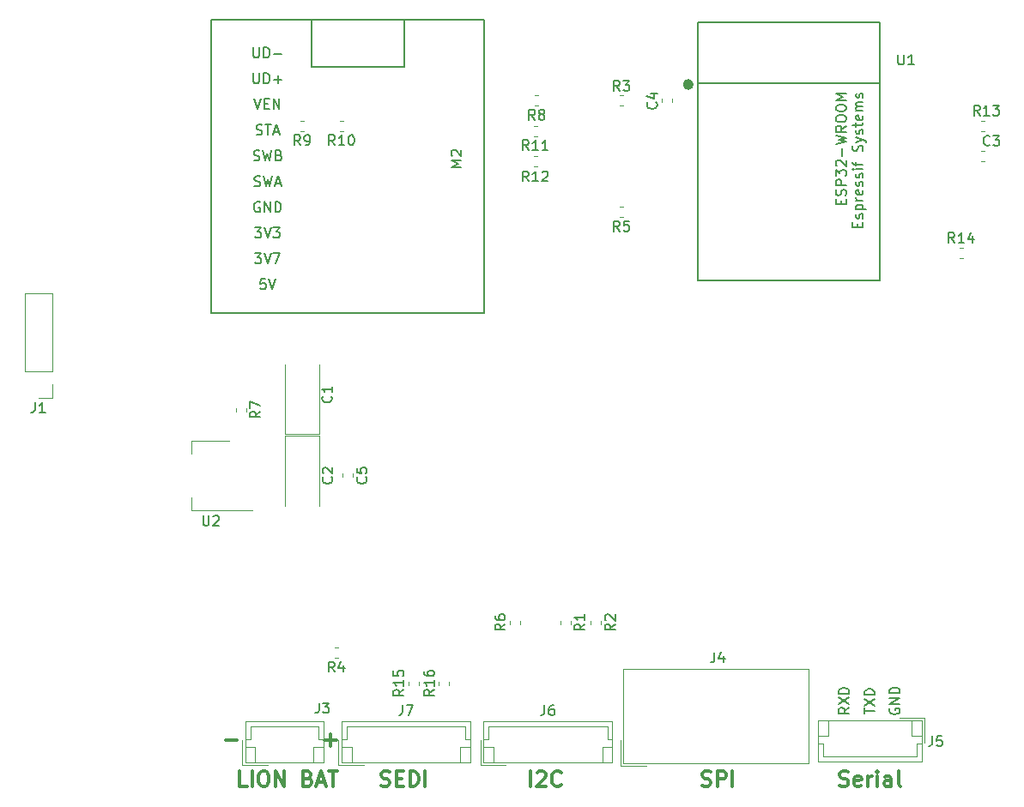
<source format=gbr>
G04 #@! TF.GenerationSoftware,KiCad,Pcbnew,5.1.7-a382d34a8~87~ubuntu18.04.1*
G04 #@! TF.CreationDate,2020-12-04T06:12:41+00:00*
G04 #@! TF.ProjectId,display,64697370-6c61-4792-9e6b-696361645f70,1.0*
G04 #@! TF.SameCoordinates,Original*
G04 #@! TF.FileFunction,Legend,Top*
G04 #@! TF.FilePolarity,Positive*
%FSLAX46Y46*%
G04 Gerber Fmt 4.6, Leading zero omitted, Abs format (unit mm)*
G04 Created by KiCad (PCBNEW 5.1.7-a382d34a8~87~ubuntu18.04.1) date 2020-12-04 06:12:41*
%MOMM*%
%LPD*%
G01*
G04 APERTURE LIST*
%ADD10C,0.300000*%
%ADD11C,0.150000*%
%ADD12C,0.120000*%
%ADD13C,0.500000*%
G04 APERTURE END LIST*
D10*
X130228571Y-135107142D02*
X131371428Y-135107142D01*
X130800000Y-135678571D02*
X130800000Y-134535714D01*
X120428571Y-135107142D02*
X121571428Y-135107142D01*
X122571428Y-139678571D02*
X121857142Y-139678571D01*
X121857142Y-138178571D01*
X123071428Y-139678571D02*
X123071428Y-138178571D01*
X124071428Y-138178571D02*
X124357142Y-138178571D01*
X124500000Y-138250000D01*
X124642857Y-138392857D01*
X124714285Y-138678571D01*
X124714285Y-139178571D01*
X124642857Y-139464285D01*
X124500000Y-139607142D01*
X124357142Y-139678571D01*
X124071428Y-139678571D01*
X123928571Y-139607142D01*
X123785714Y-139464285D01*
X123714285Y-139178571D01*
X123714285Y-138678571D01*
X123785714Y-138392857D01*
X123928571Y-138250000D01*
X124071428Y-138178571D01*
X125357142Y-139678571D02*
X125357142Y-138178571D01*
X126214285Y-139678571D01*
X126214285Y-138178571D01*
X128571428Y-138892857D02*
X128785714Y-138964285D01*
X128857142Y-139035714D01*
X128928571Y-139178571D01*
X128928571Y-139392857D01*
X128857142Y-139535714D01*
X128785714Y-139607142D01*
X128642857Y-139678571D01*
X128071428Y-139678571D01*
X128071428Y-138178571D01*
X128571428Y-138178571D01*
X128714285Y-138250000D01*
X128785714Y-138321428D01*
X128857142Y-138464285D01*
X128857142Y-138607142D01*
X128785714Y-138750000D01*
X128714285Y-138821428D01*
X128571428Y-138892857D01*
X128071428Y-138892857D01*
X129500000Y-139250000D02*
X130214285Y-139250000D01*
X129357142Y-139678571D02*
X129857142Y-138178571D01*
X130357142Y-139678571D01*
X130642857Y-138178571D02*
X131500000Y-138178571D01*
X131071428Y-139678571D02*
X131071428Y-138178571D01*
X135785714Y-139607142D02*
X136000000Y-139678571D01*
X136357142Y-139678571D01*
X136500000Y-139607142D01*
X136571428Y-139535714D01*
X136642857Y-139392857D01*
X136642857Y-139250000D01*
X136571428Y-139107142D01*
X136500000Y-139035714D01*
X136357142Y-138964285D01*
X136071428Y-138892857D01*
X135928571Y-138821428D01*
X135857142Y-138750000D01*
X135785714Y-138607142D01*
X135785714Y-138464285D01*
X135857142Y-138321428D01*
X135928571Y-138250000D01*
X136071428Y-138178571D01*
X136428571Y-138178571D01*
X136642857Y-138250000D01*
X137285714Y-138892857D02*
X137785714Y-138892857D01*
X138000000Y-139678571D02*
X137285714Y-139678571D01*
X137285714Y-138178571D01*
X138000000Y-138178571D01*
X138642857Y-139678571D02*
X138642857Y-138178571D01*
X139000000Y-138178571D01*
X139214285Y-138250000D01*
X139357142Y-138392857D01*
X139428571Y-138535714D01*
X139500000Y-138821428D01*
X139500000Y-139035714D01*
X139428571Y-139321428D01*
X139357142Y-139464285D01*
X139214285Y-139607142D01*
X139000000Y-139678571D01*
X138642857Y-139678571D01*
X140142857Y-139678571D02*
X140142857Y-138178571D01*
X150535714Y-139678571D02*
X150535714Y-138178571D01*
X151178571Y-138321428D02*
X151250000Y-138250000D01*
X151392857Y-138178571D01*
X151750000Y-138178571D01*
X151892857Y-138250000D01*
X151964285Y-138321428D01*
X152035714Y-138464285D01*
X152035714Y-138607142D01*
X151964285Y-138821428D01*
X151107142Y-139678571D01*
X152035714Y-139678571D01*
X153535714Y-139535714D02*
X153464285Y-139607142D01*
X153250000Y-139678571D01*
X153107142Y-139678571D01*
X152892857Y-139607142D01*
X152750000Y-139464285D01*
X152678571Y-139321428D01*
X152607142Y-139035714D01*
X152607142Y-138821428D01*
X152678571Y-138535714D01*
X152750000Y-138392857D01*
X152892857Y-138250000D01*
X153107142Y-138178571D01*
X153250000Y-138178571D01*
X153464285Y-138250000D01*
X153535714Y-138321428D01*
X167464285Y-139607142D02*
X167678571Y-139678571D01*
X168035714Y-139678571D01*
X168178571Y-139607142D01*
X168250000Y-139535714D01*
X168321428Y-139392857D01*
X168321428Y-139250000D01*
X168250000Y-139107142D01*
X168178571Y-139035714D01*
X168035714Y-138964285D01*
X167750000Y-138892857D01*
X167607142Y-138821428D01*
X167535714Y-138750000D01*
X167464285Y-138607142D01*
X167464285Y-138464285D01*
X167535714Y-138321428D01*
X167607142Y-138250000D01*
X167750000Y-138178571D01*
X168107142Y-138178571D01*
X168321428Y-138250000D01*
X168964285Y-139678571D02*
X168964285Y-138178571D01*
X169535714Y-138178571D01*
X169678571Y-138250000D01*
X169750000Y-138321428D01*
X169821428Y-138464285D01*
X169821428Y-138678571D01*
X169750000Y-138821428D01*
X169678571Y-138892857D01*
X169535714Y-138964285D01*
X168964285Y-138964285D01*
X170464285Y-139678571D02*
X170464285Y-138178571D01*
X181035714Y-139607142D02*
X181250000Y-139678571D01*
X181607142Y-139678571D01*
X181750000Y-139607142D01*
X181821428Y-139535714D01*
X181892857Y-139392857D01*
X181892857Y-139250000D01*
X181821428Y-139107142D01*
X181750000Y-139035714D01*
X181607142Y-138964285D01*
X181321428Y-138892857D01*
X181178571Y-138821428D01*
X181107142Y-138750000D01*
X181035714Y-138607142D01*
X181035714Y-138464285D01*
X181107142Y-138321428D01*
X181178571Y-138250000D01*
X181321428Y-138178571D01*
X181678571Y-138178571D01*
X181892857Y-138250000D01*
X183107142Y-139607142D02*
X182964285Y-139678571D01*
X182678571Y-139678571D01*
X182535714Y-139607142D01*
X182464285Y-139464285D01*
X182464285Y-138892857D01*
X182535714Y-138750000D01*
X182678571Y-138678571D01*
X182964285Y-138678571D01*
X183107142Y-138750000D01*
X183178571Y-138892857D01*
X183178571Y-139035714D01*
X182464285Y-139178571D01*
X183821428Y-139678571D02*
X183821428Y-138678571D01*
X183821428Y-138964285D02*
X183892857Y-138821428D01*
X183964285Y-138750000D01*
X184107142Y-138678571D01*
X184250000Y-138678571D01*
X184750000Y-139678571D02*
X184750000Y-138678571D01*
X184750000Y-138178571D02*
X184678571Y-138250000D01*
X184750000Y-138321428D01*
X184821428Y-138250000D01*
X184750000Y-138178571D01*
X184750000Y-138321428D01*
X186107142Y-139678571D02*
X186107142Y-138892857D01*
X186035714Y-138750000D01*
X185892857Y-138678571D01*
X185607142Y-138678571D01*
X185464285Y-138750000D01*
X186107142Y-139607142D02*
X185964285Y-139678571D01*
X185607142Y-139678571D01*
X185464285Y-139607142D01*
X185392857Y-139464285D01*
X185392857Y-139321428D01*
X185464285Y-139178571D01*
X185607142Y-139107142D01*
X185964285Y-139107142D01*
X186107142Y-139035714D01*
X187035714Y-139678571D02*
X186892857Y-139607142D01*
X186821428Y-139464285D01*
X186821428Y-138178571D01*
D11*
X181952380Y-131916666D02*
X181476190Y-132250000D01*
X181952380Y-132488095D02*
X180952380Y-132488095D01*
X180952380Y-132107142D01*
X181000000Y-132011904D01*
X181047619Y-131964285D01*
X181142857Y-131916666D01*
X181285714Y-131916666D01*
X181380952Y-131964285D01*
X181428571Y-132011904D01*
X181476190Y-132107142D01*
X181476190Y-132488095D01*
X180952380Y-131583333D02*
X181952380Y-130916666D01*
X180952380Y-130916666D02*
X181952380Y-131583333D01*
X181952380Y-130535714D02*
X180952380Y-130535714D01*
X180952380Y-130297619D01*
X181000000Y-130154761D01*
X181095238Y-130059523D01*
X181190476Y-130011904D01*
X181380952Y-129964285D01*
X181523809Y-129964285D01*
X181714285Y-130011904D01*
X181809523Y-130059523D01*
X181904761Y-130154761D01*
X181952380Y-130297619D01*
X181952380Y-130535714D01*
X183452380Y-132511904D02*
X183452380Y-131940476D01*
X184452380Y-132226190D02*
X183452380Y-132226190D01*
X183452380Y-131702380D02*
X184452380Y-131035714D01*
X183452380Y-131035714D02*
X184452380Y-131702380D01*
X184452380Y-130654761D02*
X183452380Y-130654761D01*
X183452380Y-130416666D01*
X183500000Y-130273809D01*
X183595238Y-130178571D01*
X183690476Y-130130952D01*
X183880952Y-130083333D01*
X184023809Y-130083333D01*
X184214285Y-130130952D01*
X184309523Y-130178571D01*
X184404761Y-130273809D01*
X184452380Y-130416666D01*
X184452380Y-130654761D01*
X186000000Y-132011904D02*
X185952380Y-132107142D01*
X185952380Y-132250000D01*
X186000000Y-132392857D01*
X186095238Y-132488095D01*
X186190476Y-132535714D01*
X186380952Y-132583333D01*
X186523809Y-132583333D01*
X186714285Y-132535714D01*
X186809523Y-132488095D01*
X186904761Y-132392857D01*
X186952380Y-132250000D01*
X186952380Y-132154761D01*
X186904761Y-132011904D01*
X186857142Y-131964285D01*
X186523809Y-131964285D01*
X186523809Y-132154761D01*
X186952380Y-131535714D02*
X185952380Y-131535714D01*
X186952380Y-130964285D01*
X185952380Y-130964285D01*
X186952380Y-130488095D02*
X185952380Y-130488095D01*
X185952380Y-130250000D01*
X186000000Y-130107142D01*
X186095238Y-130011904D01*
X186190476Y-129964285D01*
X186380952Y-129916666D01*
X186523809Y-129916666D01*
X186714285Y-129964285D01*
X186809523Y-130011904D01*
X186904761Y-130107142D01*
X186952380Y-130250000D01*
X186952380Y-130488095D01*
D12*
X129710000Y-104935000D02*
X129710000Y-98000000D01*
X126290000Y-104935000D02*
X129710000Y-104935000D01*
X126290000Y-98000000D02*
X126290000Y-104935000D01*
X129710000Y-112000000D02*
X129710000Y-105065000D01*
X129710000Y-105065000D02*
X126290000Y-105065000D01*
X126290000Y-105065000D02*
X126290000Y-112000000D01*
X195296267Y-76990000D02*
X194953733Y-76990000D01*
X195296267Y-78010000D02*
X194953733Y-78010000D01*
X163490000Y-72171267D02*
X163490000Y-71828733D01*
X164510000Y-72171267D02*
X164510000Y-71828733D01*
X133010000Y-108828733D02*
X133010000Y-109171267D01*
X131990000Y-108828733D02*
X131990000Y-109171267D01*
X103330000Y-91050000D02*
X100670000Y-91050000D01*
X103330000Y-98730000D02*
X103330000Y-91050000D01*
X100670000Y-98730000D02*
X100670000Y-91050000D01*
X103330000Y-98730000D02*
X100670000Y-98730000D01*
X103330000Y-100000000D02*
X103330000Y-101330000D01*
X103330000Y-101330000D02*
X102000000Y-101330000D01*
X122390000Y-133290000D02*
X122390000Y-137310000D01*
X122390000Y-137310000D02*
X130110000Y-137310000D01*
X130110000Y-137310000D02*
X130110000Y-133290000D01*
X130110000Y-133290000D02*
X122390000Y-133290000D01*
X122390000Y-135000000D02*
X122890000Y-135000000D01*
X122890000Y-135000000D02*
X122890000Y-133790000D01*
X122890000Y-133790000D02*
X129610000Y-133790000D01*
X129610000Y-133790000D02*
X129610000Y-135000000D01*
X129610000Y-135000000D02*
X130110000Y-135000000D01*
X122390000Y-135810000D02*
X123390000Y-135810000D01*
X123390000Y-135810000D02*
X123390000Y-137310000D01*
X130110000Y-135810000D02*
X129110000Y-135810000D01*
X129110000Y-135810000D02*
X129110000Y-137310000D01*
X122090000Y-135110000D02*
X122090000Y-137610000D01*
X122090000Y-137610000D02*
X124590000Y-137610000D01*
X159650000Y-128055000D02*
X177970000Y-128055000D01*
X177970000Y-128055000D02*
X177970000Y-137405000D01*
X177970000Y-137405000D02*
X159650000Y-137405000D01*
X159650000Y-137405000D02*
X159650000Y-128055000D01*
X159400000Y-137655000D02*
X161940000Y-137655000D01*
X159400000Y-137655000D02*
X159400000Y-135115000D01*
X189110000Y-137210000D02*
X189110000Y-133190000D01*
X189110000Y-133190000D02*
X178890000Y-133190000D01*
X178890000Y-133190000D02*
X178890000Y-137210000D01*
X178890000Y-137210000D02*
X189110000Y-137210000D01*
X189110000Y-135500000D02*
X188610000Y-135500000D01*
X188610000Y-135500000D02*
X188610000Y-136710000D01*
X188610000Y-136710000D02*
X179390000Y-136710000D01*
X179390000Y-136710000D02*
X179390000Y-135500000D01*
X179390000Y-135500000D02*
X178890000Y-135500000D01*
X189110000Y-134690000D02*
X188110000Y-134690000D01*
X188110000Y-134690000D02*
X188110000Y-133190000D01*
X178890000Y-134690000D02*
X179890000Y-134690000D01*
X179890000Y-134690000D02*
X179890000Y-133190000D01*
X189410000Y-135390000D02*
X189410000Y-132890000D01*
X189410000Y-132890000D02*
X186910000Y-132890000D01*
X145890000Y-133290000D02*
X145890000Y-137310000D01*
X145890000Y-137310000D02*
X158610000Y-137310000D01*
X158610000Y-137310000D02*
X158610000Y-133290000D01*
X158610000Y-133290000D02*
X145890000Y-133290000D01*
X145890000Y-135000000D02*
X146390000Y-135000000D01*
X146390000Y-135000000D02*
X146390000Y-133790000D01*
X146390000Y-133790000D02*
X158110000Y-133790000D01*
X158110000Y-133790000D02*
X158110000Y-135000000D01*
X158110000Y-135000000D02*
X158610000Y-135000000D01*
X145890000Y-135810000D02*
X146890000Y-135810000D01*
X146890000Y-135810000D02*
X146890000Y-137310000D01*
X158610000Y-135810000D02*
X157610000Y-135810000D01*
X157610000Y-135810000D02*
X157610000Y-137310000D01*
X145590000Y-135110000D02*
X145590000Y-137610000D01*
X145590000Y-137610000D02*
X148090000Y-137610000D01*
X131590000Y-137610000D02*
X134090000Y-137610000D01*
X131590000Y-135110000D02*
X131590000Y-137610000D01*
X143610000Y-135810000D02*
X143610000Y-137310000D01*
X144610000Y-135810000D02*
X143610000Y-135810000D01*
X132890000Y-135810000D02*
X132890000Y-137310000D01*
X131890000Y-135810000D02*
X132890000Y-135810000D01*
X144110000Y-135000000D02*
X144610000Y-135000000D01*
X144110000Y-133790000D02*
X144110000Y-135000000D01*
X132390000Y-133790000D02*
X144110000Y-133790000D01*
X132390000Y-135000000D02*
X132390000Y-133790000D01*
X131890000Y-135000000D02*
X132390000Y-135000000D01*
X144610000Y-133290000D02*
X131890000Y-133290000D01*
X144610000Y-137310000D02*
X144610000Y-133290000D01*
X131890000Y-137310000D02*
X144610000Y-137310000D01*
X131890000Y-133290000D02*
X131890000Y-137310000D01*
D11*
X128906000Y-68699000D02*
X138050000Y-68699000D01*
X138050000Y-68699000D02*
X138050000Y-64127000D01*
X128906000Y-64000000D02*
X128906000Y-68699000D01*
X119000000Y-64254000D02*
X119000000Y-92956000D01*
X119000000Y-92956000D02*
X145924000Y-92956000D01*
X145924000Y-92956000D02*
X145924000Y-64000000D01*
X145924000Y-64000000D02*
X119000000Y-64000000D01*
X119000000Y-64000000D02*
X119000000Y-64254000D01*
D12*
X153490000Y-123328733D02*
X153490000Y-123671267D01*
X154510000Y-123328733D02*
X154510000Y-123671267D01*
X157510000Y-123328733D02*
X157510000Y-123671267D01*
X156490000Y-123328733D02*
X156490000Y-123671267D01*
X159328733Y-72510000D02*
X159671267Y-72510000D01*
X159328733Y-71490000D02*
X159671267Y-71490000D01*
X131546267Y-127010000D02*
X131203733Y-127010000D01*
X131546267Y-125990000D02*
X131203733Y-125990000D01*
X159671267Y-83510000D02*
X159328733Y-83510000D01*
X159671267Y-82490000D02*
X159328733Y-82490000D01*
X148490000Y-123671267D02*
X148490000Y-123328733D01*
X149510000Y-123671267D02*
X149510000Y-123328733D01*
X121490000Y-102328733D02*
X121490000Y-102671267D01*
X122510000Y-102328733D02*
X122510000Y-102671267D01*
X151296267Y-71490000D02*
X150953733Y-71490000D01*
X151296267Y-72510000D02*
X150953733Y-72510000D01*
X128171267Y-73990000D02*
X127828733Y-73990000D01*
X128171267Y-75010000D02*
X127828733Y-75010000D01*
X132046267Y-73990000D02*
X131703733Y-73990000D01*
X132046267Y-75010000D02*
X131703733Y-75010000D01*
X151171267Y-75510000D02*
X150828733Y-75510000D01*
X151171267Y-74490000D02*
X150828733Y-74490000D01*
X150828733Y-77490000D02*
X151171267Y-77490000D01*
X150828733Y-78510000D02*
X151171267Y-78510000D01*
X195296267Y-75010000D02*
X194953733Y-75010000D01*
X195296267Y-73990000D02*
X194953733Y-73990000D01*
X192828733Y-87510000D02*
X193171267Y-87510000D01*
X192828733Y-86490000D02*
X193171267Y-86490000D01*
X139510000Y-129671267D02*
X139510000Y-129328733D01*
X138490000Y-129671267D02*
X138490000Y-129328733D01*
X141490000Y-129671267D02*
X141490000Y-129328733D01*
X142510000Y-129671267D02*
X142510000Y-129328733D01*
D13*
X166377981Y-70396000D02*
G75*
G03*
X166377981Y-70396000I-283981J0D01*
G01*
D11*
X185000000Y-70250000D02*
X167000000Y-70250000D01*
X167000000Y-64250000D02*
X167000000Y-89750000D01*
X185000000Y-64250000D02*
X185000000Y-89750000D01*
X185000000Y-89750000D02*
X167000000Y-89750000D01*
X185000000Y-64250000D02*
X167000000Y-64250000D01*
D12*
X117090000Y-105590000D02*
X117090000Y-106850000D01*
X117090000Y-112410000D02*
X117090000Y-111150000D01*
X120850000Y-105590000D02*
X117090000Y-105590000D01*
X123100000Y-112410000D02*
X117090000Y-112410000D01*
D11*
X130857142Y-101166666D02*
X130904761Y-101214285D01*
X130952380Y-101357142D01*
X130952380Y-101452380D01*
X130904761Y-101595238D01*
X130809523Y-101690476D01*
X130714285Y-101738095D01*
X130523809Y-101785714D01*
X130380952Y-101785714D01*
X130190476Y-101738095D01*
X130095238Y-101690476D01*
X130000000Y-101595238D01*
X129952380Y-101452380D01*
X129952380Y-101357142D01*
X130000000Y-101214285D01*
X130047619Y-101166666D01*
X130952380Y-100214285D02*
X130952380Y-100785714D01*
X130952380Y-100500000D02*
X129952380Y-100500000D01*
X130095238Y-100595238D01*
X130190476Y-100690476D01*
X130238095Y-100785714D01*
X130907142Y-109166666D02*
X130954761Y-109214285D01*
X131002380Y-109357142D01*
X131002380Y-109452380D01*
X130954761Y-109595238D01*
X130859523Y-109690476D01*
X130764285Y-109738095D01*
X130573809Y-109785714D01*
X130430952Y-109785714D01*
X130240476Y-109738095D01*
X130145238Y-109690476D01*
X130050000Y-109595238D01*
X130002380Y-109452380D01*
X130002380Y-109357142D01*
X130050000Y-109214285D01*
X130097619Y-109166666D01*
X130097619Y-108785714D02*
X130050000Y-108738095D01*
X130002380Y-108642857D01*
X130002380Y-108404761D01*
X130050000Y-108309523D01*
X130097619Y-108261904D01*
X130192857Y-108214285D01*
X130288095Y-108214285D01*
X130430952Y-108261904D01*
X131002380Y-108833333D01*
X131002380Y-108214285D01*
X195833333Y-76357142D02*
X195785714Y-76404761D01*
X195642857Y-76452380D01*
X195547619Y-76452380D01*
X195404761Y-76404761D01*
X195309523Y-76309523D01*
X195261904Y-76214285D01*
X195214285Y-76023809D01*
X195214285Y-75880952D01*
X195261904Y-75690476D01*
X195309523Y-75595238D01*
X195404761Y-75500000D01*
X195547619Y-75452380D01*
X195642857Y-75452380D01*
X195785714Y-75500000D01*
X195833333Y-75547619D01*
X196166666Y-75452380D02*
X196785714Y-75452380D01*
X196452380Y-75833333D01*
X196595238Y-75833333D01*
X196690476Y-75880952D01*
X196738095Y-75928571D01*
X196785714Y-76023809D01*
X196785714Y-76261904D01*
X196738095Y-76357142D01*
X196690476Y-76404761D01*
X196595238Y-76452380D01*
X196309523Y-76452380D01*
X196214285Y-76404761D01*
X196166666Y-76357142D01*
X162927142Y-72166666D02*
X162974761Y-72214285D01*
X163022380Y-72357142D01*
X163022380Y-72452380D01*
X162974761Y-72595238D01*
X162879523Y-72690476D01*
X162784285Y-72738095D01*
X162593809Y-72785714D01*
X162450952Y-72785714D01*
X162260476Y-72738095D01*
X162165238Y-72690476D01*
X162070000Y-72595238D01*
X162022380Y-72452380D01*
X162022380Y-72357142D01*
X162070000Y-72214285D01*
X162117619Y-72166666D01*
X162355714Y-71309523D02*
X163022380Y-71309523D01*
X161974761Y-71547619D02*
X162689047Y-71785714D01*
X162689047Y-71166666D01*
X134287142Y-109166666D02*
X134334761Y-109214285D01*
X134382380Y-109357142D01*
X134382380Y-109452380D01*
X134334761Y-109595238D01*
X134239523Y-109690476D01*
X134144285Y-109738095D01*
X133953809Y-109785714D01*
X133810952Y-109785714D01*
X133620476Y-109738095D01*
X133525238Y-109690476D01*
X133430000Y-109595238D01*
X133382380Y-109452380D01*
X133382380Y-109357142D01*
X133430000Y-109214285D01*
X133477619Y-109166666D01*
X133382380Y-108261904D02*
X133382380Y-108738095D01*
X133858571Y-108785714D01*
X133810952Y-108738095D01*
X133763333Y-108642857D01*
X133763333Y-108404761D01*
X133810952Y-108309523D01*
X133858571Y-108261904D01*
X133953809Y-108214285D01*
X134191904Y-108214285D01*
X134287142Y-108261904D01*
X134334761Y-108309523D01*
X134382380Y-108404761D01*
X134382380Y-108642857D01*
X134334761Y-108738095D01*
X134287142Y-108785714D01*
X101666666Y-101782380D02*
X101666666Y-102496666D01*
X101619047Y-102639523D01*
X101523809Y-102734761D01*
X101380952Y-102782380D01*
X101285714Y-102782380D01*
X102666666Y-102782380D02*
X102095238Y-102782380D01*
X102380952Y-102782380D02*
X102380952Y-101782380D01*
X102285714Y-101925238D01*
X102190476Y-102020476D01*
X102095238Y-102068095D01*
X129666666Y-131452380D02*
X129666666Y-132166666D01*
X129619047Y-132309523D01*
X129523809Y-132404761D01*
X129380952Y-132452380D01*
X129285714Y-132452380D01*
X130047619Y-131452380D02*
X130666666Y-131452380D01*
X130333333Y-131833333D01*
X130476190Y-131833333D01*
X130571428Y-131880952D01*
X130619047Y-131928571D01*
X130666666Y-132023809D01*
X130666666Y-132261904D01*
X130619047Y-132357142D01*
X130571428Y-132404761D01*
X130476190Y-132452380D01*
X130190476Y-132452380D01*
X130095238Y-132404761D01*
X130047619Y-132357142D01*
X168666666Y-126452380D02*
X168666666Y-127166666D01*
X168619047Y-127309523D01*
X168523809Y-127404761D01*
X168380952Y-127452380D01*
X168285714Y-127452380D01*
X169571428Y-126785714D02*
X169571428Y-127452380D01*
X169333333Y-126404761D02*
X169095238Y-127119047D01*
X169714285Y-127119047D01*
X190166666Y-134702380D02*
X190166666Y-135416666D01*
X190119047Y-135559523D01*
X190023809Y-135654761D01*
X189880952Y-135702380D01*
X189785714Y-135702380D01*
X191119047Y-134702380D02*
X190642857Y-134702380D01*
X190595238Y-135178571D01*
X190642857Y-135130952D01*
X190738095Y-135083333D01*
X190976190Y-135083333D01*
X191071428Y-135130952D01*
X191119047Y-135178571D01*
X191166666Y-135273809D01*
X191166666Y-135511904D01*
X191119047Y-135607142D01*
X191071428Y-135654761D01*
X190976190Y-135702380D01*
X190738095Y-135702380D01*
X190642857Y-135654761D01*
X190595238Y-135607142D01*
X151916666Y-131652380D02*
X151916666Y-132366666D01*
X151869047Y-132509523D01*
X151773809Y-132604761D01*
X151630952Y-132652380D01*
X151535714Y-132652380D01*
X152821428Y-131652380D02*
X152630952Y-131652380D01*
X152535714Y-131700000D01*
X152488095Y-131747619D01*
X152392857Y-131890476D01*
X152345238Y-132080952D01*
X152345238Y-132461904D01*
X152392857Y-132557142D01*
X152440476Y-132604761D01*
X152535714Y-132652380D01*
X152726190Y-132652380D01*
X152821428Y-132604761D01*
X152869047Y-132557142D01*
X152916666Y-132461904D01*
X152916666Y-132223809D01*
X152869047Y-132128571D01*
X152821428Y-132080952D01*
X152726190Y-132033333D01*
X152535714Y-132033333D01*
X152440476Y-132080952D01*
X152392857Y-132128571D01*
X152345238Y-132223809D01*
X137916666Y-131652380D02*
X137916666Y-132366666D01*
X137869047Y-132509523D01*
X137773809Y-132604761D01*
X137630952Y-132652380D01*
X137535714Y-132652380D01*
X138297619Y-131652380D02*
X138964285Y-131652380D01*
X138535714Y-132652380D01*
X143709380Y-78525523D02*
X142709380Y-78525523D01*
X143423666Y-78192190D01*
X142709380Y-77858857D01*
X143709380Y-77858857D01*
X142804619Y-77430285D02*
X142757000Y-77382666D01*
X142709380Y-77287428D01*
X142709380Y-77049333D01*
X142757000Y-76954095D01*
X142804619Y-76906476D01*
X142899857Y-76858857D01*
X142995095Y-76858857D01*
X143137952Y-76906476D01*
X143709380Y-77477904D01*
X143709380Y-76858857D01*
X123183238Y-66754380D02*
X123183238Y-67563904D01*
X123230857Y-67659142D01*
X123278476Y-67706761D01*
X123373714Y-67754380D01*
X123564190Y-67754380D01*
X123659428Y-67706761D01*
X123707047Y-67659142D01*
X123754666Y-67563904D01*
X123754666Y-66754380D01*
X124230857Y-67754380D02*
X124230857Y-66754380D01*
X124468952Y-66754380D01*
X124611809Y-66802000D01*
X124707047Y-66897238D01*
X124754666Y-66992476D01*
X124802285Y-67182952D01*
X124802285Y-67325809D01*
X124754666Y-67516285D01*
X124707047Y-67611523D01*
X124611809Y-67706761D01*
X124468952Y-67754380D01*
X124230857Y-67754380D01*
X125230857Y-67373428D02*
X125992761Y-67373428D01*
X123183238Y-69294380D02*
X123183238Y-70103904D01*
X123230857Y-70199142D01*
X123278476Y-70246761D01*
X123373714Y-70294380D01*
X123564190Y-70294380D01*
X123659428Y-70246761D01*
X123707047Y-70199142D01*
X123754666Y-70103904D01*
X123754666Y-69294380D01*
X124230857Y-70294380D02*
X124230857Y-69294380D01*
X124468952Y-69294380D01*
X124611809Y-69342000D01*
X124707047Y-69437238D01*
X124754666Y-69532476D01*
X124802285Y-69722952D01*
X124802285Y-69865809D01*
X124754666Y-70056285D01*
X124707047Y-70151523D01*
X124611809Y-70246761D01*
X124468952Y-70294380D01*
X124230857Y-70294380D01*
X125230857Y-69913428D02*
X125992761Y-69913428D01*
X125611809Y-70294380D02*
X125611809Y-69532476D01*
X123278476Y-71834380D02*
X123611809Y-72834380D01*
X123945142Y-71834380D01*
X124278476Y-72310571D02*
X124611809Y-72310571D01*
X124754666Y-72834380D02*
X124278476Y-72834380D01*
X124278476Y-71834380D01*
X124754666Y-71834380D01*
X125183238Y-72834380D02*
X125183238Y-71834380D01*
X125754666Y-72834380D01*
X125754666Y-71834380D01*
X123492761Y-75326761D02*
X123635619Y-75374380D01*
X123873714Y-75374380D01*
X123968952Y-75326761D01*
X124016571Y-75279142D01*
X124064190Y-75183904D01*
X124064190Y-75088666D01*
X124016571Y-74993428D01*
X123968952Y-74945809D01*
X123873714Y-74898190D01*
X123683238Y-74850571D01*
X123588000Y-74802952D01*
X123540380Y-74755333D01*
X123492761Y-74660095D01*
X123492761Y-74564857D01*
X123540380Y-74469619D01*
X123588000Y-74422000D01*
X123683238Y-74374380D01*
X123921333Y-74374380D01*
X124064190Y-74422000D01*
X124349904Y-74374380D02*
X124921333Y-74374380D01*
X124635619Y-75374380D02*
X124635619Y-74374380D01*
X125207047Y-75088666D02*
X125683238Y-75088666D01*
X125111809Y-75374380D02*
X125445142Y-74374380D01*
X125778476Y-75374380D01*
X123230857Y-77866761D02*
X123373714Y-77914380D01*
X123611809Y-77914380D01*
X123707047Y-77866761D01*
X123754666Y-77819142D01*
X123802285Y-77723904D01*
X123802285Y-77628666D01*
X123754666Y-77533428D01*
X123707047Y-77485809D01*
X123611809Y-77438190D01*
X123421333Y-77390571D01*
X123326095Y-77342952D01*
X123278476Y-77295333D01*
X123230857Y-77200095D01*
X123230857Y-77104857D01*
X123278476Y-77009619D01*
X123326095Y-76962000D01*
X123421333Y-76914380D01*
X123659428Y-76914380D01*
X123802285Y-76962000D01*
X124135619Y-76914380D02*
X124373714Y-77914380D01*
X124564190Y-77200095D01*
X124754666Y-77914380D01*
X124992761Y-76914380D01*
X125707047Y-77390571D02*
X125849904Y-77438190D01*
X125897523Y-77485809D01*
X125945142Y-77581047D01*
X125945142Y-77723904D01*
X125897523Y-77819142D01*
X125849904Y-77866761D01*
X125754666Y-77914380D01*
X125373714Y-77914380D01*
X125373714Y-76914380D01*
X125707047Y-76914380D01*
X125802285Y-76962000D01*
X125849904Y-77009619D01*
X125897523Y-77104857D01*
X125897523Y-77200095D01*
X125849904Y-77295333D01*
X125802285Y-77342952D01*
X125707047Y-77390571D01*
X125373714Y-77390571D01*
X123302285Y-80406761D02*
X123445142Y-80454380D01*
X123683238Y-80454380D01*
X123778476Y-80406761D01*
X123826095Y-80359142D01*
X123873714Y-80263904D01*
X123873714Y-80168666D01*
X123826095Y-80073428D01*
X123778476Y-80025809D01*
X123683238Y-79978190D01*
X123492761Y-79930571D01*
X123397523Y-79882952D01*
X123349904Y-79835333D01*
X123302285Y-79740095D01*
X123302285Y-79644857D01*
X123349904Y-79549619D01*
X123397523Y-79502000D01*
X123492761Y-79454380D01*
X123730857Y-79454380D01*
X123873714Y-79502000D01*
X124207047Y-79454380D02*
X124445142Y-80454380D01*
X124635619Y-79740095D01*
X124826095Y-80454380D01*
X125064190Y-79454380D01*
X125397523Y-80168666D02*
X125873714Y-80168666D01*
X125302285Y-80454380D02*
X125635619Y-79454380D01*
X125968952Y-80454380D01*
X123826095Y-82042000D02*
X123730857Y-81994380D01*
X123588000Y-81994380D01*
X123445142Y-82042000D01*
X123349904Y-82137238D01*
X123302285Y-82232476D01*
X123254666Y-82422952D01*
X123254666Y-82565809D01*
X123302285Y-82756285D01*
X123349904Y-82851523D01*
X123445142Y-82946761D01*
X123588000Y-82994380D01*
X123683238Y-82994380D01*
X123826095Y-82946761D01*
X123873714Y-82899142D01*
X123873714Y-82565809D01*
X123683238Y-82565809D01*
X124302285Y-82994380D02*
X124302285Y-81994380D01*
X124873714Y-82994380D01*
X124873714Y-81994380D01*
X125349904Y-82994380D02*
X125349904Y-81994380D01*
X125588000Y-81994380D01*
X125730857Y-82042000D01*
X125826095Y-82137238D01*
X125873714Y-82232476D01*
X125921333Y-82422952D01*
X125921333Y-82565809D01*
X125873714Y-82756285D01*
X125826095Y-82851523D01*
X125730857Y-82946761D01*
X125588000Y-82994380D01*
X125349904Y-82994380D01*
X123349904Y-84534380D02*
X123968952Y-84534380D01*
X123635619Y-84915333D01*
X123778476Y-84915333D01*
X123873714Y-84962952D01*
X123921333Y-85010571D01*
X123968952Y-85105809D01*
X123968952Y-85343904D01*
X123921333Y-85439142D01*
X123873714Y-85486761D01*
X123778476Y-85534380D01*
X123492761Y-85534380D01*
X123397523Y-85486761D01*
X123349904Y-85439142D01*
X124254666Y-84534380D02*
X124588000Y-85534380D01*
X124921333Y-84534380D01*
X125159428Y-84534380D02*
X125778476Y-84534380D01*
X125445142Y-84915333D01*
X125588000Y-84915333D01*
X125683238Y-84962952D01*
X125730857Y-85010571D01*
X125778476Y-85105809D01*
X125778476Y-85343904D01*
X125730857Y-85439142D01*
X125683238Y-85486761D01*
X125588000Y-85534380D01*
X125302285Y-85534380D01*
X125207047Y-85486761D01*
X125159428Y-85439142D01*
X123349904Y-87074380D02*
X123968952Y-87074380D01*
X123635619Y-87455333D01*
X123778476Y-87455333D01*
X123873714Y-87502952D01*
X123921333Y-87550571D01*
X123968952Y-87645809D01*
X123968952Y-87883904D01*
X123921333Y-87979142D01*
X123873714Y-88026761D01*
X123778476Y-88074380D01*
X123492761Y-88074380D01*
X123397523Y-88026761D01*
X123349904Y-87979142D01*
X124254666Y-87074380D02*
X124588000Y-88074380D01*
X124921333Y-87074380D01*
X125159428Y-87074380D02*
X125826095Y-87074380D01*
X125397523Y-88074380D01*
X124397523Y-89614380D02*
X123921333Y-89614380D01*
X123873714Y-90090571D01*
X123921333Y-90042952D01*
X124016571Y-89995333D01*
X124254666Y-89995333D01*
X124349904Y-90042952D01*
X124397523Y-90090571D01*
X124445142Y-90185809D01*
X124445142Y-90423904D01*
X124397523Y-90519142D01*
X124349904Y-90566761D01*
X124254666Y-90614380D01*
X124016571Y-90614380D01*
X123921333Y-90566761D01*
X123873714Y-90519142D01*
X124730857Y-89614380D02*
X125064190Y-90614380D01*
X125397523Y-89614380D01*
X155882380Y-123666666D02*
X155406190Y-124000000D01*
X155882380Y-124238095D02*
X154882380Y-124238095D01*
X154882380Y-123857142D01*
X154930000Y-123761904D01*
X154977619Y-123714285D01*
X155072857Y-123666666D01*
X155215714Y-123666666D01*
X155310952Y-123714285D01*
X155358571Y-123761904D01*
X155406190Y-123857142D01*
X155406190Y-124238095D01*
X155882380Y-122714285D02*
X155882380Y-123285714D01*
X155882380Y-123000000D02*
X154882380Y-123000000D01*
X155025238Y-123095238D01*
X155120476Y-123190476D01*
X155168095Y-123285714D01*
X158882380Y-123666666D02*
X158406190Y-124000000D01*
X158882380Y-124238095D02*
X157882380Y-124238095D01*
X157882380Y-123857142D01*
X157930000Y-123761904D01*
X157977619Y-123714285D01*
X158072857Y-123666666D01*
X158215714Y-123666666D01*
X158310952Y-123714285D01*
X158358571Y-123761904D01*
X158406190Y-123857142D01*
X158406190Y-124238095D01*
X157977619Y-123285714D02*
X157930000Y-123238095D01*
X157882380Y-123142857D01*
X157882380Y-122904761D01*
X157930000Y-122809523D01*
X157977619Y-122761904D01*
X158072857Y-122714285D01*
X158168095Y-122714285D01*
X158310952Y-122761904D01*
X158882380Y-123333333D01*
X158882380Y-122714285D01*
X159333333Y-71022380D02*
X159000000Y-70546190D01*
X158761904Y-71022380D02*
X158761904Y-70022380D01*
X159142857Y-70022380D01*
X159238095Y-70070000D01*
X159285714Y-70117619D01*
X159333333Y-70212857D01*
X159333333Y-70355714D01*
X159285714Y-70450952D01*
X159238095Y-70498571D01*
X159142857Y-70546190D01*
X158761904Y-70546190D01*
X159666666Y-70022380D02*
X160285714Y-70022380D01*
X159952380Y-70403333D01*
X160095238Y-70403333D01*
X160190476Y-70450952D01*
X160238095Y-70498571D01*
X160285714Y-70593809D01*
X160285714Y-70831904D01*
X160238095Y-70927142D01*
X160190476Y-70974761D01*
X160095238Y-71022380D01*
X159809523Y-71022380D01*
X159714285Y-70974761D01*
X159666666Y-70927142D01*
X131208333Y-128382380D02*
X130875000Y-127906190D01*
X130636904Y-128382380D02*
X130636904Y-127382380D01*
X131017857Y-127382380D01*
X131113095Y-127430000D01*
X131160714Y-127477619D01*
X131208333Y-127572857D01*
X131208333Y-127715714D01*
X131160714Y-127810952D01*
X131113095Y-127858571D01*
X131017857Y-127906190D01*
X130636904Y-127906190D01*
X132065476Y-127715714D02*
X132065476Y-128382380D01*
X131827380Y-127334761D02*
X131589285Y-128049047D01*
X132208333Y-128049047D01*
X159333333Y-84882380D02*
X159000000Y-84406190D01*
X158761904Y-84882380D02*
X158761904Y-83882380D01*
X159142857Y-83882380D01*
X159238095Y-83930000D01*
X159285714Y-83977619D01*
X159333333Y-84072857D01*
X159333333Y-84215714D01*
X159285714Y-84310952D01*
X159238095Y-84358571D01*
X159142857Y-84406190D01*
X158761904Y-84406190D01*
X160238095Y-83882380D02*
X159761904Y-83882380D01*
X159714285Y-84358571D01*
X159761904Y-84310952D01*
X159857142Y-84263333D01*
X160095238Y-84263333D01*
X160190476Y-84310952D01*
X160238095Y-84358571D01*
X160285714Y-84453809D01*
X160285714Y-84691904D01*
X160238095Y-84787142D01*
X160190476Y-84834761D01*
X160095238Y-84882380D01*
X159857142Y-84882380D01*
X159761904Y-84834761D01*
X159714285Y-84787142D01*
X148022380Y-123666666D02*
X147546190Y-124000000D01*
X148022380Y-124238095D02*
X147022380Y-124238095D01*
X147022380Y-123857142D01*
X147070000Y-123761904D01*
X147117619Y-123714285D01*
X147212857Y-123666666D01*
X147355714Y-123666666D01*
X147450952Y-123714285D01*
X147498571Y-123761904D01*
X147546190Y-123857142D01*
X147546190Y-124238095D01*
X147022380Y-122809523D02*
X147022380Y-123000000D01*
X147070000Y-123095238D01*
X147117619Y-123142857D01*
X147260476Y-123238095D01*
X147450952Y-123285714D01*
X147831904Y-123285714D01*
X147927142Y-123238095D01*
X147974761Y-123190476D01*
X148022380Y-123095238D01*
X148022380Y-122904761D01*
X147974761Y-122809523D01*
X147927142Y-122761904D01*
X147831904Y-122714285D01*
X147593809Y-122714285D01*
X147498571Y-122761904D01*
X147450952Y-122809523D01*
X147403333Y-122904761D01*
X147403333Y-123095238D01*
X147450952Y-123190476D01*
X147498571Y-123238095D01*
X147593809Y-123285714D01*
X123882380Y-102666666D02*
X123406190Y-103000000D01*
X123882380Y-103238095D02*
X122882380Y-103238095D01*
X122882380Y-102857142D01*
X122930000Y-102761904D01*
X122977619Y-102714285D01*
X123072857Y-102666666D01*
X123215714Y-102666666D01*
X123310952Y-102714285D01*
X123358571Y-102761904D01*
X123406190Y-102857142D01*
X123406190Y-103238095D01*
X122882380Y-102333333D02*
X122882380Y-101666666D01*
X123882380Y-102095238D01*
X150958333Y-73882380D02*
X150625000Y-73406190D01*
X150386904Y-73882380D02*
X150386904Y-72882380D01*
X150767857Y-72882380D01*
X150863095Y-72930000D01*
X150910714Y-72977619D01*
X150958333Y-73072857D01*
X150958333Y-73215714D01*
X150910714Y-73310952D01*
X150863095Y-73358571D01*
X150767857Y-73406190D01*
X150386904Y-73406190D01*
X151529761Y-73310952D02*
X151434523Y-73263333D01*
X151386904Y-73215714D01*
X151339285Y-73120476D01*
X151339285Y-73072857D01*
X151386904Y-72977619D01*
X151434523Y-72930000D01*
X151529761Y-72882380D01*
X151720238Y-72882380D01*
X151815476Y-72930000D01*
X151863095Y-72977619D01*
X151910714Y-73072857D01*
X151910714Y-73120476D01*
X151863095Y-73215714D01*
X151815476Y-73263333D01*
X151720238Y-73310952D01*
X151529761Y-73310952D01*
X151434523Y-73358571D01*
X151386904Y-73406190D01*
X151339285Y-73501428D01*
X151339285Y-73691904D01*
X151386904Y-73787142D01*
X151434523Y-73834761D01*
X151529761Y-73882380D01*
X151720238Y-73882380D01*
X151815476Y-73834761D01*
X151863095Y-73787142D01*
X151910714Y-73691904D01*
X151910714Y-73501428D01*
X151863095Y-73406190D01*
X151815476Y-73358571D01*
X151720238Y-73310952D01*
X127833333Y-76382380D02*
X127500000Y-75906190D01*
X127261904Y-76382380D02*
X127261904Y-75382380D01*
X127642857Y-75382380D01*
X127738095Y-75430000D01*
X127785714Y-75477619D01*
X127833333Y-75572857D01*
X127833333Y-75715714D01*
X127785714Y-75810952D01*
X127738095Y-75858571D01*
X127642857Y-75906190D01*
X127261904Y-75906190D01*
X128309523Y-76382380D02*
X128500000Y-76382380D01*
X128595238Y-76334761D01*
X128642857Y-76287142D01*
X128738095Y-76144285D01*
X128785714Y-75953809D01*
X128785714Y-75572857D01*
X128738095Y-75477619D01*
X128690476Y-75430000D01*
X128595238Y-75382380D01*
X128404761Y-75382380D01*
X128309523Y-75430000D01*
X128261904Y-75477619D01*
X128214285Y-75572857D01*
X128214285Y-75810952D01*
X128261904Y-75906190D01*
X128309523Y-75953809D01*
X128404761Y-76001428D01*
X128595238Y-76001428D01*
X128690476Y-75953809D01*
X128738095Y-75906190D01*
X128785714Y-75810952D01*
X131232142Y-76382380D02*
X130898809Y-75906190D01*
X130660714Y-76382380D02*
X130660714Y-75382380D01*
X131041666Y-75382380D01*
X131136904Y-75430000D01*
X131184523Y-75477619D01*
X131232142Y-75572857D01*
X131232142Y-75715714D01*
X131184523Y-75810952D01*
X131136904Y-75858571D01*
X131041666Y-75906190D01*
X130660714Y-75906190D01*
X132184523Y-76382380D02*
X131613095Y-76382380D01*
X131898809Y-76382380D02*
X131898809Y-75382380D01*
X131803571Y-75525238D01*
X131708333Y-75620476D01*
X131613095Y-75668095D01*
X132803571Y-75382380D02*
X132898809Y-75382380D01*
X132994047Y-75430000D01*
X133041666Y-75477619D01*
X133089285Y-75572857D01*
X133136904Y-75763333D01*
X133136904Y-76001428D01*
X133089285Y-76191904D01*
X133041666Y-76287142D01*
X132994047Y-76334761D01*
X132898809Y-76382380D01*
X132803571Y-76382380D01*
X132708333Y-76334761D01*
X132660714Y-76287142D01*
X132613095Y-76191904D01*
X132565476Y-76001428D01*
X132565476Y-75763333D01*
X132613095Y-75572857D01*
X132660714Y-75477619D01*
X132708333Y-75430000D01*
X132803571Y-75382380D01*
X150357142Y-76882380D02*
X150023809Y-76406190D01*
X149785714Y-76882380D02*
X149785714Y-75882380D01*
X150166666Y-75882380D01*
X150261904Y-75930000D01*
X150309523Y-75977619D01*
X150357142Y-76072857D01*
X150357142Y-76215714D01*
X150309523Y-76310952D01*
X150261904Y-76358571D01*
X150166666Y-76406190D01*
X149785714Y-76406190D01*
X151309523Y-76882380D02*
X150738095Y-76882380D01*
X151023809Y-76882380D02*
X151023809Y-75882380D01*
X150928571Y-76025238D01*
X150833333Y-76120476D01*
X150738095Y-76168095D01*
X152261904Y-76882380D02*
X151690476Y-76882380D01*
X151976190Y-76882380D02*
X151976190Y-75882380D01*
X151880952Y-76025238D01*
X151785714Y-76120476D01*
X151690476Y-76168095D01*
X150357142Y-79952380D02*
X150023809Y-79476190D01*
X149785714Y-79952380D02*
X149785714Y-78952380D01*
X150166666Y-78952380D01*
X150261904Y-79000000D01*
X150309523Y-79047619D01*
X150357142Y-79142857D01*
X150357142Y-79285714D01*
X150309523Y-79380952D01*
X150261904Y-79428571D01*
X150166666Y-79476190D01*
X149785714Y-79476190D01*
X151309523Y-79952380D02*
X150738095Y-79952380D01*
X151023809Y-79952380D02*
X151023809Y-78952380D01*
X150928571Y-79095238D01*
X150833333Y-79190476D01*
X150738095Y-79238095D01*
X151690476Y-79047619D02*
X151738095Y-79000000D01*
X151833333Y-78952380D01*
X152071428Y-78952380D01*
X152166666Y-79000000D01*
X152214285Y-79047619D01*
X152261904Y-79142857D01*
X152261904Y-79238095D01*
X152214285Y-79380952D01*
X151642857Y-79952380D01*
X152261904Y-79952380D01*
X194857142Y-73452380D02*
X194523809Y-72976190D01*
X194285714Y-73452380D02*
X194285714Y-72452380D01*
X194666666Y-72452380D01*
X194761904Y-72500000D01*
X194809523Y-72547619D01*
X194857142Y-72642857D01*
X194857142Y-72785714D01*
X194809523Y-72880952D01*
X194761904Y-72928571D01*
X194666666Y-72976190D01*
X194285714Y-72976190D01*
X195809523Y-73452380D02*
X195238095Y-73452380D01*
X195523809Y-73452380D02*
X195523809Y-72452380D01*
X195428571Y-72595238D01*
X195333333Y-72690476D01*
X195238095Y-72738095D01*
X196142857Y-72452380D02*
X196761904Y-72452380D01*
X196428571Y-72833333D01*
X196571428Y-72833333D01*
X196666666Y-72880952D01*
X196714285Y-72928571D01*
X196761904Y-73023809D01*
X196761904Y-73261904D01*
X196714285Y-73357142D01*
X196666666Y-73404761D01*
X196571428Y-73452380D01*
X196285714Y-73452380D01*
X196190476Y-73404761D01*
X196142857Y-73357142D01*
X192357142Y-86022380D02*
X192023809Y-85546190D01*
X191785714Y-86022380D02*
X191785714Y-85022380D01*
X192166666Y-85022380D01*
X192261904Y-85070000D01*
X192309523Y-85117619D01*
X192357142Y-85212857D01*
X192357142Y-85355714D01*
X192309523Y-85450952D01*
X192261904Y-85498571D01*
X192166666Y-85546190D01*
X191785714Y-85546190D01*
X193309523Y-86022380D02*
X192738095Y-86022380D01*
X193023809Y-86022380D02*
X193023809Y-85022380D01*
X192928571Y-85165238D01*
X192833333Y-85260476D01*
X192738095Y-85308095D01*
X194166666Y-85355714D02*
X194166666Y-86022380D01*
X193928571Y-84974761D02*
X193690476Y-85689047D01*
X194309523Y-85689047D01*
X138022380Y-130142857D02*
X137546190Y-130476190D01*
X138022380Y-130714285D02*
X137022380Y-130714285D01*
X137022380Y-130333333D01*
X137070000Y-130238095D01*
X137117619Y-130190476D01*
X137212857Y-130142857D01*
X137355714Y-130142857D01*
X137450952Y-130190476D01*
X137498571Y-130238095D01*
X137546190Y-130333333D01*
X137546190Y-130714285D01*
X138022380Y-129190476D02*
X138022380Y-129761904D01*
X138022380Y-129476190D02*
X137022380Y-129476190D01*
X137165238Y-129571428D01*
X137260476Y-129666666D01*
X137308095Y-129761904D01*
X137022380Y-128285714D02*
X137022380Y-128761904D01*
X137498571Y-128809523D01*
X137450952Y-128761904D01*
X137403333Y-128666666D01*
X137403333Y-128428571D01*
X137450952Y-128333333D01*
X137498571Y-128285714D01*
X137593809Y-128238095D01*
X137831904Y-128238095D01*
X137927142Y-128285714D01*
X137974761Y-128333333D01*
X138022380Y-128428571D01*
X138022380Y-128666666D01*
X137974761Y-128761904D01*
X137927142Y-128809523D01*
X141022380Y-130142857D02*
X140546190Y-130476190D01*
X141022380Y-130714285D02*
X140022380Y-130714285D01*
X140022380Y-130333333D01*
X140070000Y-130238095D01*
X140117619Y-130190476D01*
X140212857Y-130142857D01*
X140355714Y-130142857D01*
X140450952Y-130190476D01*
X140498571Y-130238095D01*
X140546190Y-130333333D01*
X140546190Y-130714285D01*
X141022380Y-129190476D02*
X141022380Y-129761904D01*
X141022380Y-129476190D02*
X140022380Y-129476190D01*
X140165238Y-129571428D01*
X140260476Y-129666666D01*
X140308095Y-129761904D01*
X140022380Y-128333333D02*
X140022380Y-128523809D01*
X140070000Y-128619047D01*
X140117619Y-128666666D01*
X140260476Y-128761904D01*
X140450952Y-128809523D01*
X140831904Y-128809523D01*
X140927142Y-128761904D01*
X140974761Y-128714285D01*
X141022380Y-128619047D01*
X141022380Y-128428571D01*
X140974761Y-128333333D01*
X140927142Y-128285714D01*
X140831904Y-128238095D01*
X140593809Y-128238095D01*
X140498571Y-128285714D01*
X140450952Y-128333333D01*
X140403333Y-128428571D01*
X140403333Y-128619047D01*
X140450952Y-128714285D01*
X140498571Y-128761904D01*
X140593809Y-128809523D01*
X186795095Y-67435380D02*
X186795095Y-68244904D01*
X186842714Y-68340142D01*
X186890333Y-68387761D01*
X186985571Y-68435380D01*
X187176047Y-68435380D01*
X187271285Y-68387761D01*
X187318904Y-68340142D01*
X187366523Y-68244904D01*
X187366523Y-67435380D01*
X188366523Y-68435380D02*
X187795095Y-68435380D01*
X188080809Y-68435380D02*
X188080809Y-67435380D01*
X187985571Y-67578238D01*
X187890333Y-67673476D01*
X187795095Y-67721095D01*
X182786571Y-84460428D02*
X182786571Y-84127095D01*
X183310380Y-83984238D02*
X183310380Y-84460428D01*
X182310380Y-84460428D01*
X182310380Y-83984238D01*
X183262761Y-83603285D02*
X183310380Y-83508047D01*
X183310380Y-83317571D01*
X183262761Y-83222333D01*
X183167523Y-83174714D01*
X183119904Y-83174714D01*
X183024666Y-83222333D01*
X182977047Y-83317571D01*
X182977047Y-83460428D01*
X182929428Y-83555666D01*
X182834190Y-83603285D01*
X182786571Y-83603285D01*
X182691333Y-83555666D01*
X182643714Y-83460428D01*
X182643714Y-83317571D01*
X182691333Y-83222333D01*
X182643714Y-82746142D02*
X183643714Y-82746142D01*
X182691333Y-82746142D02*
X182643714Y-82650904D01*
X182643714Y-82460428D01*
X182691333Y-82365190D01*
X182738952Y-82317571D01*
X182834190Y-82269952D01*
X183119904Y-82269952D01*
X183215142Y-82317571D01*
X183262761Y-82365190D01*
X183310380Y-82460428D01*
X183310380Y-82650904D01*
X183262761Y-82746142D01*
X183310380Y-81841380D02*
X182643714Y-81841380D01*
X182834190Y-81841380D02*
X182738952Y-81793761D01*
X182691333Y-81746142D01*
X182643714Y-81650904D01*
X182643714Y-81555666D01*
X183262761Y-80841380D02*
X183310380Y-80936619D01*
X183310380Y-81127095D01*
X183262761Y-81222333D01*
X183167523Y-81269952D01*
X182786571Y-81269952D01*
X182691333Y-81222333D01*
X182643714Y-81127095D01*
X182643714Y-80936619D01*
X182691333Y-80841380D01*
X182786571Y-80793761D01*
X182881809Y-80793761D01*
X182977047Y-81269952D01*
X183262761Y-80412809D02*
X183310380Y-80317571D01*
X183310380Y-80127095D01*
X183262761Y-80031857D01*
X183167523Y-79984238D01*
X183119904Y-79984238D01*
X183024666Y-80031857D01*
X182977047Y-80127095D01*
X182977047Y-80269952D01*
X182929428Y-80365190D01*
X182834190Y-80412809D01*
X182786571Y-80412809D01*
X182691333Y-80365190D01*
X182643714Y-80269952D01*
X182643714Y-80127095D01*
X182691333Y-80031857D01*
X183262761Y-79603285D02*
X183310380Y-79508047D01*
X183310380Y-79317571D01*
X183262761Y-79222333D01*
X183167523Y-79174714D01*
X183119904Y-79174714D01*
X183024666Y-79222333D01*
X182977047Y-79317571D01*
X182977047Y-79460428D01*
X182929428Y-79555666D01*
X182834190Y-79603285D01*
X182786571Y-79603285D01*
X182691333Y-79555666D01*
X182643714Y-79460428D01*
X182643714Y-79317571D01*
X182691333Y-79222333D01*
X183310380Y-78746142D02*
X182643714Y-78746142D01*
X182310380Y-78746142D02*
X182358000Y-78793761D01*
X182405619Y-78746142D01*
X182358000Y-78698523D01*
X182310380Y-78746142D01*
X182405619Y-78746142D01*
X182643714Y-78412809D02*
X182643714Y-78031857D01*
X183310380Y-78269952D02*
X182453238Y-78269952D01*
X182358000Y-78222333D01*
X182310380Y-78127095D01*
X182310380Y-78031857D01*
X183262761Y-76984238D02*
X183310380Y-76841380D01*
X183310380Y-76603285D01*
X183262761Y-76508047D01*
X183215142Y-76460428D01*
X183119904Y-76412809D01*
X183024666Y-76412809D01*
X182929428Y-76460428D01*
X182881809Y-76508047D01*
X182834190Y-76603285D01*
X182786571Y-76793761D01*
X182738952Y-76889000D01*
X182691333Y-76936619D01*
X182596095Y-76984238D01*
X182500857Y-76984238D01*
X182405619Y-76936619D01*
X182358000Y-76889000D01*
X182310380Y-76793761D01*
X182310380Y-76555666D01*
X182358000Y-76412809D01*
X182643714Y-76079476D02*
X183310380Y-75841380D01*
X182643714Y-75603285D02*
X183310380Y-75841380D01*
X183548476Y-75936619D01*
X183596095Y-75984238D01*
X183643714Y-76079476D01*
X183262761Y-75269952D02*
X183310380Y-75174714D01*
X183310380Y-74984238D01*
X183262761Y-74889000D01*
X183167523Y-74841380D01*
X183119904Y-74841380D01*
X183024666Y-74889000D01*
X182977047Y-74984238D01*
X182977047Y-75127095D01*
X182929428Y-75222333D01*
X182834190Y-75269952D01*
X182786571Y-75269952D01*
X182691333Y-75222333D01*
X182643714Y-75127095D01*
X182643714Y-74984238D01*
X182691333Y-74889000D01*
X182643714Y-74555666D02*
X182643714Y-74174714D01*
X182310380Y-74412809D02*
X183167523Y-74412809D01*
X183262761Y-74365190D01*
X183310380Y-74269952D01*
X183310380Y-74174714D01*
X183262761Y-73460428D02*
X183310380Y-73555666D01*
X183310380Y-73746142D01*
X183262761Y-73841380D01*
X183167523Y-73889000D01*
X182786571Y-73889000D01*
X182691333Y-73841380D01*
X182643714Y-73746142D01*
X182643714Y-73555666D01*
X182691333Y-73460428D01*
X182786571Y-73412809D01*
X182881809Y-73412809D01*
X182977047Y-73889000D01*
X183310380Y-72984238D02*
X182643714Y-72984238D01*
X182738952Y-72984238D02*
X182691333Y-72936619D01*
X182643714Y-72841380D01*
X182643714Y-72698523D01*
X182691333Y-72603285D01*
X182786571Y-72555666D01*
X183310380Y-72555666D01*
X182786571Y-72555666D02*
X182691333Y-72508047D01*
X182643714Y-72412809D01*
X182643714Y-72269952D01*
X182691333Y-72174714D01*
X182786571Y-72127095D01*
X183310380Y-72127095D01*
X183262761Y-71698523D02*
X183310380Y-71603285D01*
X183310380Y-71412809D01*
X183262761Y-71317571D01*
X183167523Y-71269952D01*
X183119904Y-71269952D01*
X183024666Y-71317571D01*
X182977047Y-71412809D01*
X182977047Y-71555666D01*
X182929428Y-71650904D01*
X182834190Y-71698523D01*
X182786571Y-71698523D01*
X182691333Y-71650904D01*
X182643714Y-71555666D01*
X182643714Y-71412809D01*
X182691333Y-71317571D01*
X181135571Y-82198380D02*
X181135571Y-81865047D01*
X181659380Y-81722190D02*
X181659380Y-82198380D01*
X180659380Y-82198380D01*
X180659380Y-81722190D01*
X181611761Y-81341238D02*
X181659380Y-81198380D01*
X181659380Y-80960285D01*
X181611761Y-80865047D01*
X181564142Y-80817428D01*
X181468904Y-80769809D01*
X181373666Y-80769809D01*
X181278428Y-80817428D01*
X181230809Y-80865047D01*
X181183190Y-80960285D01*
X181135571Y-81150761D01*
X181087952Y-81246000D01*
X181040333Y-81293619D01*
X180945095Y-81341238D01*
X180849857Y-81341238D01*
X180754619Y-81293619D01*
X180707000Y-81246000D01*
X180659380Y-81150761D01*
X180659380Y-80912666D01*
X180707000Y-80769809D01*
X181659380Y-80341238D02*
X180659380Y-80341238D01*
X180659380Y-79960285D01*
X180707000Y-79865047D01*
X180754619Y-79817428D01*
X180849857Y-79769809D01*
X180992714Y-79769809D01*
X181087952Y-79817428D01*
X181135571Y-79865047D01*
X181183190Y-79960285D01*
X181183190Y-80341238D01*
X180659380Y-79436476D02*
X180659380Y-78817428D01*
X181040333Y-79150761D01*
X181040333Y-79007904D01*
X181087952Y-78912666D01*
X181135571Y-78865047D01*
X181230809Y-78817428D01*
X181468904Y-78817428D01*
X181564142Y-78865047D01*
X181611761Y-78912666D01*
X181659380Y-79007904D01*
X181659380Y-79293619D01*
X181611761Y-79388857D01*
X181564142Y-79436476D01*
X180754619Y-78436476D02*
X180707000Y-78388857D01*
X180659380Y-78293619D01*
X180659380Y-78055523D01*
X180707000Y-77960285D01*
X180754619Y-77912666D01*
X180849857Y-77865047D01*
X180945095Y-77865047D01*
X181087952Y-77912666D01*
X181659380Y-78484095D01*
X181659380Y-77865047D01*
X181278428Y-77436476D02*
X181278428Y-76674571D01*
X180659380Y-76293619D02*
X181659380Y-76055523D01*
X180945095Y-75865047D01*
X181659380Y-75674571D01*
X180659380Y-75436476D01*
X181659380Y-74484095D02*
X181183190Y-74817428D01*
X181659380Y-75055523D02*
X180659380Y-75055523D01*
X180659380Y-74674571D01*
X180707000Y-74579333D01*
X180754619Y-74531714D01*
X180849857Y-74484095D01*
X180992714Y-74484095D01*
X181087952Y-74531714D01*
X181135571Y-74579333D01*
X181183190Y-74674571D01*
X181183190Y-75055523D01*
X180659380Y-73865047D02*
X180659380Y-73674571D01*
X180707000Y-73579333D01*
X180802238Y-73484095D01*
X180992714Y-73436476D01*
X181326047Y-73436476D01*
X181516523Y-73484095D01*
X181611761Y-73579333D01*
X181659380Y-73674571D01*
X181659380Y-73865047D01*
X181611761Y-73960285D01*
X181516523Y-74055523D01*
X181326047Y-74103142D01*
X180992714Y-74103142D01*
X180802238Y-74055523D01*
X180707000Y-73960285D01*
X180659380Y-73865047D01*
X180659380Y-72817428D02*
X180659380Y-72626952D01*
X180707000Y-72531714D01*
X180802238Y-72436476D01*
X180992714Y-72388857D01*
X181326047Y-72388857D01*
X181516523Y-72436476D01*
X181611761Y-72531714D01*
X181659380Y-72626952D01*
X181659380Y-72817428D01*
X181611761Y-72912666D01*
X181516523Y-73007904D01*
X181326047Y-73055523D01*
X180992714Y-73055523D01*
X180802238Y-73007904D01*
X180707000Y-72912666D01*
X180659380Y-72817428D01*
X181659380Y-71960285D02*
X180659380Y-71960285D01*
X181373666Y-71626952D01*
X180659380Y-71293619D01*
X181659380Y-71293619D01*
X118238095Y-112952380D02*
X118238095Y-113761904D01*
X118285714Y-113857142D01*
X118333333Y-113904761D01*
X118428571Y-113952380D01*
X118619047Y-113952380D01*
X118714285Y-113904761D01*
X118761904Y-113857142D01*
X118809523Y-113761904D01*
X118809523Y-112952380D01*
X119238095Y-113047619D02*
X119285714Y-113000000D01*
X119380952Y-112952380D01*
X119619047Y-112952380D01*
X119714285Y-113000000D01*
X119761904Y-113047619D01*
X119809523Y-113142857D01*
X119809523Y-113238095D01*
X119761904Y-113380952D01*
X119190476Y-113952380D01*
X119809523Y-113952380D01*
M02*

</source>
